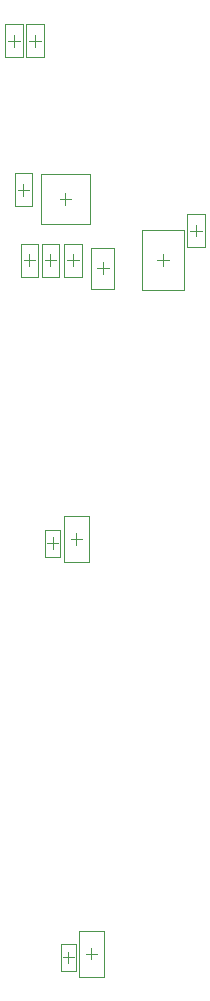
<source format=gbr>
%TF.GenerationSoftware,Altium Limited,Altium Designer,19.1.6 (110)*%
G04 Layer_Color=8388736*
%FSLAX26Y26*%
%MOIN*%
%TF.FileFunction,Other,M14-Top_Assembly*%
%TF.Part,Single*%
G01*
G75*
%TA.AperFunction,NonConductor*%
%ADD55C,0.003937*%
%ADD66C,0.001968*%
D55*
X22102Y-1616000D02*
X59898D01*
X41000Y-1634898D02*
Y-1597102D01*
X36315Y708000D02*
X75685D01*
X56000Y688315D02*
Y727685D01*
X135315Y681000D02*
X174685D01*
X155000Y661315D02*
Y700685D01*
X-38685Y708000D02*
X685D01*
X-19000Y688315D02*
Y727685D01*
X-108685Y708000D02*
X-69315D01*
X-89000Y688315D02*
Y727685D01*
X-128685Y943000D02*
X-89315D01*
X-109000Y923315D02*
Y962685D01*
X11315Y913000D02*
X50685D01*
X31000Y893315D02*
Y932685D01*
X446315Y807000D02*
X485685D01*
X466000Y787315D02*
Y826685D01*
X356000Y688315D02*
Y727685D01*
X336315Y708000D02*
X375685D01*
X-89685Y1440000D02*
X-50315D01*
X-70000Y1420315D02*
Y1459685D01*
X-159685Y1440000D02*
X-120315D01*
X-140000Y1420315D02*
Y1459685D01*
X-30898Y-235000D02*
X6898D01*
X-12000Y-253898D02*
Y-216102D01*
D66*
X75661Y-1527228D02*
X158339D01*
X75661Y-1680772D02*
X158339D01*
X75661D02*
Y-1527228D01*
X158339Y-1680772D02*
Y-1527228D01*
X117000Y-1622701D02*
Y-1585299D01*
X98299Y-1604000D02*
X135701D01*
X17378Y-1661276D02*
Y-1570725D01*
X64622Y-1661276D02*
Y-1570725D01*
X17378D02*
X64622D01*
X17378Y-1661276D02*
X64622D01*
X85528Y652882D02*
Y763118D01*
X26472Y652882D02*
Y763118D01*
Y652882D02*
X85528D01*
X26472Y763118D02*
X85528D01*
X194370Y612102D02*
Y749898D01*
X115630Y612102D02*
Y749898D01*
Y612102D02*
X194370D01*
X115630Y749898D02*
X194370D01*
X10527Y652882D02*
Y763118D01*
X-48528Y652882D02*
Y763118D01*
Y652882D02*
X10527D01*
X-48528Y763118D02*
X10527D01*
X-59472Y652882D02*
Y763118D01*
X-118528Y652882D02*
Y763118D01*
Y652882D02*
X-59472D01*
X-118528Y763118D02*
X-59472D01*
X-79472Y887882D02*
Y998118D01*
X-138528Y887882D02*
Y998118D01*
Y887882D02*
X-79472D01*
X-138528Y998118D02*
X-79472D01*
X-51677Y830323D02*
Y995677D01*
X113677Y830323D02*
Y995677D01*
X-51677D02*
X113677D01*
X-51677Y830323D02*
X113677D01*
X436473Y751882D02*
Y862118D01*
X495528Y751882D02*
Y862118D01*
X436473D02*
X495528D01*
X436473Y751882D02*
X495528D01*
X287102Y807409D02*
X424898D01*
X287102Y608591D02*
X424898D01*
X287102D02*
Y807409D01*
X424898Y608591D02*
Y807409D01*
X-40472Y1384882D02*
Y1495118D01*
X-99528Y1384882D02*
Y1495118D01*
Y1384882D02*
X-40472D01*
X-99528Y1495118D02*
X-40472D01*
X-110472Y1384882D02*
Y1495118D01*
X-169528Y1384882D02*
Y1495118D01*
Y1384882D02*
X-110472D01*
X-169528Y1495118D02*
X-110472D01*
X25661Y-144228D02*
X108338D01*
X25661Y-297772D02*
X108338D01*
X25661D02*
Y-144228D01*
X108338Y-297772D02*
Y-144228D01*
X67000Y-239701D02*
Y-202299D01*
X48299Y-221000D02*
X85701D01*
X-35622Y-280276D02*
Y-189725D01*
X11622Y-280276D02*
Y-189725D01*
X-35622D02*
X11622D01*
X-35622Y-280276D02*
X11622D01*
%TF.MD5,5324943922b90a9ba1172679e891d5d6*%
M02*

</source>
